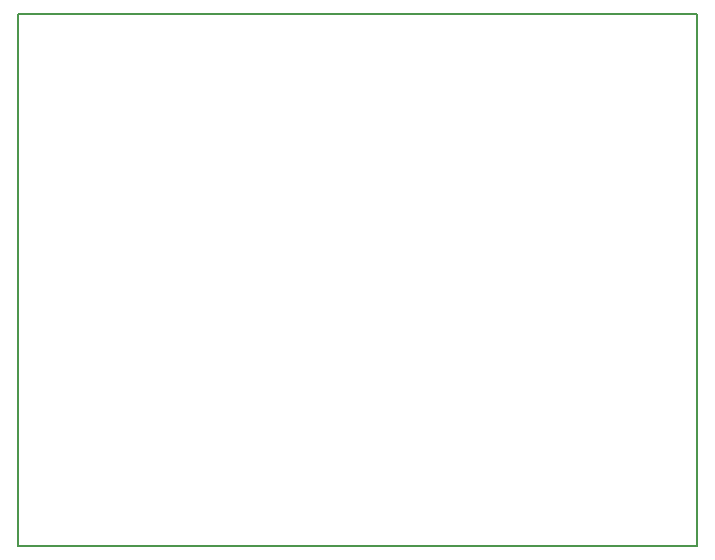
<source format=gbr>
%TF.GenerationSoftware,KiCad,Pcbnew,7.0.6-0*%
%TF.CreationDate,2023-12-30T17:32:03-06:00*%
%TF.ProjectId,LO_PLL,4c4f5f50-4c4c-42e6-9b69-6361645f7063,rev?*%
%TF.SameCoordinates,Original*%
%TF.FileFunction,Profile,NP*%
%FSLAX46Y46*%
G04 Gerber Fmt 4.6, Leading zero omitted, Abs format (unit mm)*
G04 Created by KiCad (PCBNEW 7.0.6-0) date 2023-12-30 17:32:03*
%MOMM*%
%LPD*%
G01*
G04 APERTURE LIST*
%TA.AperFunction,Profile*%
%ADD10C,0.150000*%
%TD*%
G04 APERTURE END LIST*
D10*
X24600000Y-39650000D02*
X82100000Y-39650000D01*
X82100000Y-84650000D01*
X24600000Y-84650000D01*
X24600000Y-39650000D01*
M02*

</source>
